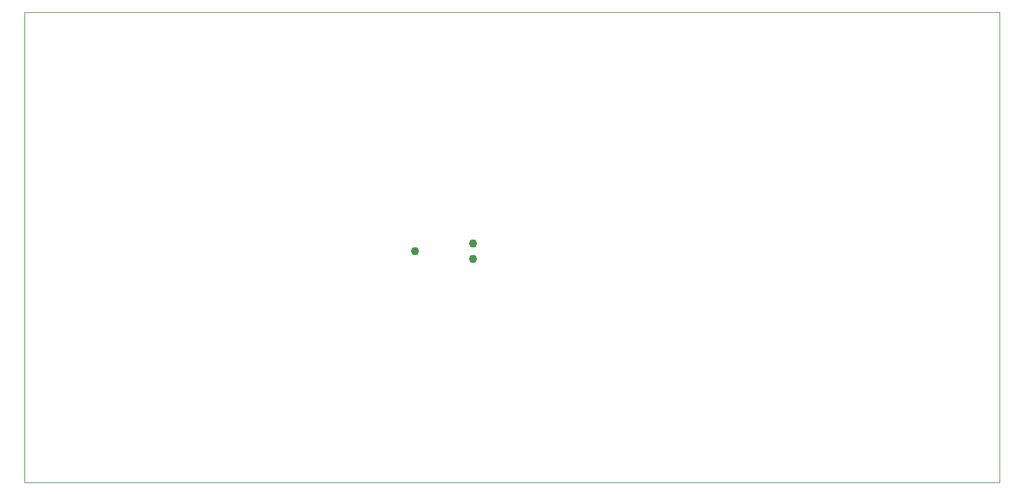
<source format=gbr>
G70*
%FSLAX55Y55*%
%ADD11C,0.00100*%
%ADD12C,0.04331*%
D11*
X196900Y196900D02*
X701231Y196900D01*
X701231Y440207*
X196900Y440207*
X196900Y196900*
D12*
X429026Y320581D03*
X429026Y312589D03*
X399026Y316585D03*
M02*

</source>
